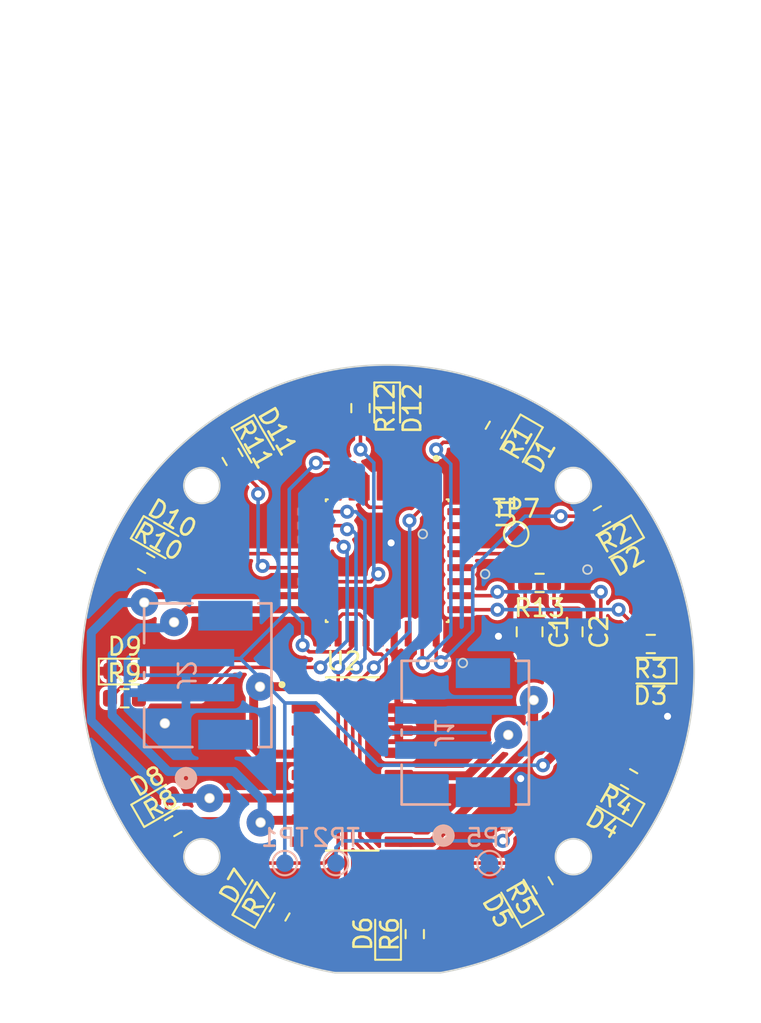
<source format=kicad_pcb>
(kicad_pcb (version 20221018) (generator pcbnew)
  (layers (0 "F.Cu" signal) (31 "B.Cu" signal) (44 "Edge.Cuts" user))
  (net 0 "")
  (net 1 "VCC")
  (net 2 "GND")
  (net 3 "/RST")
  (net 4 "/D-")
  (net 5 "Net-(D1-A)")
  (net 6 "Net-(D2-A)")
  (net 7 "Net-(D3-A)")
  (net 8 "Net-(D4-A)")
  (net 9 "Net-(D5-A)")
  (net 10 "Net-(D6-A)")
  (net 11 "Net-(D7-A)")
  (net 12 "Net-(D8-A)")
  (net 13 "Net-(D9-A)")
  (net 14 "Net-(D10-A)")
  (net 15 "Net-(D11-A)")
  (net 16 "Net-(D12-A)")
  (net 17 "/A0")
  (net 18 "/A1")
  (net 19 "/A2")
  (net 20 "/A3")
  (net 21 "/D13")
  (net 22 "/D4")
  (net 23 "/D5")
  (net 24 "/D6")
  (net 25 "/D7")
  (net 26 "/D8")
  (net 27 "/D9")
  (net 28 "/D10")
  (net 29 "/SDA")
  (net 30 "/SCL")
  (net 31 "/D2")
  (net 32 "/D3")
  (net 35 "/D11")
  (net 36 "/D12")
  (net 38 "/A7")
  (net 39 "/TXD")
  (net 40 "/RXD")
  (net 41 "Net-(U2A-OUTA2)")
  (net 42 "Net-(U2A-OUTB2)")
  (footprint "Resistor_SMD:R_0603_1608Metric" (layer "F.Cu") (at 145.85845 111.504551 90)
    (fp_text reference "R6")
    (fp_text value "R")
  )
  (footprint "LED_SMD:LED_0603_1608Metric" (layer "F.Cu") (at 151.831047 109.462232 120)
    (fp_text reference "D5")
    (fp_text value "LED")
  )
  (footprint "LED_SMD:LED_0603_1608Metric" (layer "F.Cu") (at 151.787053 83.48147 -120)
    (fp_text reference "D1")
    (fp_text value "LED")
  )
  (footprint "Resistor_SMD:R_0603_1608Metric" (layer "F.Cu") (at 153.160869 108.717553 120)
    (fp_text reference "R5")
    (fp_text value "R")
  )
  (footprint "Resistor_SMD:R_0603_1608Metric" (layer "F.Cu") (at 150.477231 82.702149 -120)
    (fp_text reference "R1")
    (fp_text value "R")
  )
  (footprint "Resistor_SMD:R_0603_1608Metric" (layer "F.Cu") (at 152.98265 91.446551 180)
    (fp_text reference "R13")
    (fp_text value "10K")
  )
  (footprint "Resistor_SMD:R_0603_1608Metric" (layer "F.Cu") (at 159.32905 94.935151 180)
    (fp_text reference "R3")
    (fp_text value "R")
  )
  (footprint "Capacitor_SMD:C_0805_2012Metric" (layer "F.Cu") (at 154.69765 94.240551 -90)
    (fp_text reference "C2")
    (fp_text value "0.1uF")
  )
  (footprint "Resistor_SMD:R_0603_1608Metric" (layer "F.Cu") (at 135.457231 84.251549 -60)
    (fp_text reference "R11")
    (fp_text value "R")
  )
  (footprint "Resistor_SMD:R_0603_1608Metric" (layer "F.Cu") (at 138.140869 110.266953 60)
    (fp_text reference "R7")
    (fp_text value "R")
  )
  (footprint "Resistor_SMD:R_0603_1608Metric" (layer "F.Cu") (at 156.542052 87.632732 -150)
    (fp_text reference "R2")
    (fp_text value "R")
  )
  (footprint "TestPoint:TestPoint_Pad_D1.0mm" (layer "F.Cu") (at 151.64965 88.652551)
    (fp_text reference "TP7")
    (fp_text value "TestPoint")
  )
  (footprint "IO_watch_cat_ball:MX1508" (layer "F.Cu") (at 142.29045 101.784351)
    (fp_text reference "U2")
    (fp_text value "MX1508")
  )
  (footprint "Capacitor_SMD:C_0805_2012Metric" (layer "F.Cu") (at 152.41165 94.240551 -90)
    (fp_text reference "C1")
    (fp_text value "1uF")
  )
  (footprint "Resistor_SMD:R_0603_1608Metric" (layer "F.Cu") (at 142.75965 81.464551 -90)
    (fp_text reference "R12")
    (fp_text value "R")
  )
  (footprint "LED_SMD:LED_0603_1608Metric" (layer "F.Cu") (at 131.305969 89.006548 -30)
    (fp_text reference "D10")
    (fp_text value "LED")
  )
  (footprint "LED_SMD:LED_0603_1608Metric" (layer "F.Cu") (at 129.30905 96.509951)
    (fp_text reference "D9")
    (fp_text value "LED")
  )
  (footprint "Resistor_SMD:R_0603_1608Metric" (layer "F.Cu") (at 130.526648 90.31637 -30)
    (fp_text reference "R10")
    (fp_text value "R")
  )
  (footprint "LED_SMD:LED_0603_1608Metric" (layer "F.Cu") (at 136.831047 109.487632 60)
    (fp_text reference "D7")
    (fp_text value "LED")
  )
  (footprint "LED_SMD:LED_0603_1608Metric" (layer "F.Cu") (at 157.312131 103.962554 150)
    (fp_text reference "D4")
    (fp_text value "LED")
  )
  (footprint "LED_SMD:LED_0603_1608Metric" (layer "F.Cu") (at 144.33445 111.484551 90)
    (fp_text reference "D6")
    (fp_text value "LED")
  )
  (footprint "Resistor_SMD:R_0603_1608Metric" (layer "F.Cu") (at 158.091452 102.652732 150)
    (fp_text reference "R4")
    (fp_text value "R")
  )
  (footprint "LED_SMD:LED_0603_1608Metric" (layer "F.Cu") (at 136.787053 83.50687 -60)
    (fp_text reference "D11")
    (fp_text value "LED")
  )
  (footprint "Resistor_SMD:R_0603_1608Metric" (layer "F.Cu") (at 129.28905 98.033951)
    (fp_text reference "R9")
    (fp_text value "R")
  )
  (footprint "LED_SMD:LED_0603_1608Metric" (layer "F.Cu") (at 144.28365 81.484551 -90)
    (fp_text reference "D12")
    (fp_text value "LED")
  )
  (footprint "Resistor_SMD:R_0603_1608Metric" (layer "F.Cu") (at 132.076048 105.33637 30)
    (fp_text reference "R8")
    (fp_text value "R")
  )
  (footprint "LED_SMD:LED_0603_1608Metric" (layer "F.Cu") (at 159.30905 96.459151 180)
    (fp_text reference "D3")
    (fp_text value "LED")
  )
  (footprint "LED_SMD:LED_0603_1608Metric" (layer "F.Cu") (at 157.286731 88.962554 -150)
    (fp_text reference "D2")
    (fp_text value "LED")
  )
  (footprint "LED_SMD:LED_0603_1608Metric" (layer "F.Cu") (at 131.331369 104.006548 30)
    (fp_text reference "D8")
    (fp_text value "LED")
  )
  (footprint "IO_watch_cat_ball:atmega328P_shinked" (layer "F.Cu") (at 144.28365 90.176551 -90)
    (fp_text reference "U1")
    (fp_text value "ATMEGA328P-AU")
  )
  (footprint "IO_watch_cat_ball:B2B-PH-SM4-TBLFSN_JST" (layer "B.Cu") (at 148.7424 99.9998 90)
    (fp_text reference "J1")
    (fp_text value "B2B-PH-SM4-TBLFSN")
  )
  (footprint "IO_watch_cat_ball:B2B-PH-SM4-TBLFSN_JST" (layer "B.Cu") (at 134.04465 96.717551 90)
    (fp_text reference "J2")
    (fp_text value "B2B-PH-SM4-TBLFSN")
  )
  (footprint "TestPoint:TestPoint_Pad_D1.0mm" (layer "B.Cu") (at 150.12565 107.448551 180)
    (fp_text reference "TP5")
    (fp_text value "TestPoint")
  )
  (footprint "TestPoint:TestPoint_Pad_D1.0mm" (layer "B.Cu") (at 141.36265 107.448551 180)
    (fp_text reference "TP2")
    (fp_text value "TestPoint")
  )
  (footprint "TestPoint:TestPoint_Pad_D1.0mm" (layer "B.Cu") (at 138.44165 107.448551 180)
    (fp_text reference "TP1")
    (fp_text value "TestPoint")
  )
  (gr_poly (pts (xy 151.44245 100.124799) (xy 151.441498 100.146587) (xy 151.438651 100.168211) (xy 151.433931 100.189503) (xy 151.427373 100.210304) (xy 151.419026 100.230453) (xy 151.408956 100.249798) (xy 151.397238 100.268193) (xy 151.383961 100.285495) (xy 151.369226 100.301575) (xy 151.353146 100.31631) (xy 151.335844 100.329587) (xy 151.31745 100.341305) (xy 151.298104 100.351375) (xy 151.277955 100.359722) (xy 151.257154 100.36628) (xy 151.235862 100.371) (xy 151.214238 100.373847) (xy 151.19245 100.374799) (xy 151.170662 100.373847) (xy 151.149038 100.371) (xy 151.127746 100.36628) (xy 151.106945 100.359722) (xy 151.086796 100.351375) (xy 151.067451 100.341305) (xy 151.049056 100.329587) (xy 151.031754 100.31631) (xy 151.015674 100.301575) (xy 151.000939 100.285495) (xy 150.987662 100.268193) (xy 150.975944 100.249798) (xy 150.965874 100.230453) (xy 150.957527 100.210304) (xy 150.950969 100.189503) (xy 150.946249 100.168211) (xy 150.943402 100.146587) (xy 150.94245 100.124799) (xy 150.943402 100.103011) (xy 150.946249 100.081387) (xy 150.950969 100.060095) (xy 150.957527 100.039294) (xy 150.965874 100.019145) (xy 150.975944 99.999799) (xy 150.987662 99.981405) (xy 151.000939 99.964103) (xy 151.015674 99.948023) (xy 151.031754 99.933288) (xy 151.049056 99.920011) (xy 151.06745 99.908293) (xy 151.086796 99.898223) (xy 151.106945 99.889876) (xy 151.127746 99.883318) (xy 151.149038 99.878598) (xy 151.170662 99.875751) (xy 151.19245 99.874799) (xy 151.214238 99.875751) (xy 151.235862 99.878598) (xy 151.257154 99.883318) (xy 151.277955 99.889876) (xy 151.298104 99.898223) (xy 151.31745 99.908293) (xy 151.335844 99.920011) (xy 151.353146 99.933288) (xy 151.369226 99.948023) (xy 151.383961 99.964103) (xy 151.397238 99.981405) (xy 151.408956 99.999799) (xy 151.419026 100.019145) (xy 151.427373 100.039294) (xy 151.433931 100.060095) (xy 151.438651 100.081387) (xy 151.441498 100.103011)) (stroke (width 0.1)) (fill none) (layer "Edge.Cuts"))
  (gr_poly (pts (xy 137.3084 105.1306) (xy 137.307448 105.152388) (xy 137.304601 105.174012) (xy 137.299881 105.195304) (xy 137.293323 105.216105) (xy 137.284976 105.236254) (xy 137.274906 105.255599) (xy 137.263188 105.273994) (xy 137.249911 105.291296) (xy 137.235176 105.307376) (xy 137.219096 105.322111) (xy 137.201794 105.335388) (xy 137.1834 105.347106) (xy 137.164054 105.357176) (xy 137.143905 105.365523) (xy 137.123104 105.372081) (xy 137.101812 105.376801) (xy 137.080188 105.379648) (xy 137.0584 105.3806) (xy 137.036612 105.379648) (xy 137.014988 105.376801) (xy 136.993696 105.372081) (xy 136.972895 105.365523) (xy 136.952746 105.357176) (xy 136.933401 105.347106) (xy 136.915006 105.335388) (xy 136.897704 105.322111) (xy 136.881624 105.307376) (xy 136.866889 105.291296) (xy 136.853612 105.273994) (xy 136.841894 105.255599) (xy 136.831824 105.236254) (xy 136.823477 105.216105) (xy 136.816919 105.195304) (xy 136.812199 105.174012) (xy 136.809352 105.152388) (xy 136.8084 105.1306) (xy 136.809352 105.108812) (xy 136.812199 105.087188) (xy 136.816919 105.065896) (xy 136.823477 105.045095) (xy 136.831824 105.024946) (xy 136.841894 105.0056) (xy 136.853612 104.987206) (xy 136.866889 104.969904) (xy 136.881624 104.953824) (xy 136.897704 104.939089) (xy 136.915006 104.925812) (xy 136.9334 104.914094) (xy 136.952746 104.904024) (xy 136.972895 104.895677) (xy 136.993696 104.889119) (xy 137.014988 104.884399) (xy 137.036612 104.881552) (xy 137.0584 104.8806) (xy 137.080188 104.881552) (xy 137.101812 104.884399) (xy 137.123104 104.889119) (xy 137.143905 104.895677) (xy 137.164054 104.904024) (xy 137.1834 104.914094) (xy 137.201794 104.925812) (xy 137.219096 104.939089) (xy 137.235176 104.953824) (xy 137.249911 104.969904) (xy 137.263188 104.987206) (xy 137.274906 105.0056) (xy 137.284976 105.024946) (xy 137.293323 105.045095) (xy 137.299881 105.065896) (xy 137.304601 105.087188) (xy 137.307448 105.108812)) (stroke (width 0.1)) (fill none) (layer "Edge.Cuts"))
  (gr_circle (center 154.91165 107.084551) (end 155.74165 106.484551) (stroke (width 0.1)) (fill none) (layer "Edge.Cuts"))
  (gr_poly (pts (xy 134.39465 103.742551) (xy 134.393698 103.764339) (xy 134.390851 103.785963) (xy 134.386131 103.807255) (xy 134.379573 103.828056) (xy 134.371226 103.848205) (xy 134.361156 103.86755) (xy 134.349438 103.885945) (xy 134.336161 103.903247) (xy 134.321426 103.919327) (xy 134.305346 103.934062) (xy 134.288044 103.947339) (xy 134.26965 103.959057) (xy 134.250304 103.969127) (xy 134.230155 103.977474) (xy 134.209354 103.984032) (xy 134.188062 103.988752) (xy 134.166438 103.991599) (xy 134.14465 103.992551) (xy 134.122862 103.991599) (xy 134.101238 103.988752) (xy 134.079946 103.984032) (xy 134.059145 103.977474) (xy 134.038996 103.969127) (xy 134.019651 103.959057) (xy 134.001256 103.947339) (xy 133.983954 103.934062) (xy 133.967874 103.919327) (xy 133.953139 103.903247) (xy 133.939862 103.885945) (xy 133.928144 103.86755) (xy 133.918074 103.848205) (xy 133.909727 103.828056) (xy 133.903169 103.807255) (xy 133.898449 103.785963) (xy 133.895602 103.764339) (xy 133.89465 103.742551) (xy 133.895602 103.720763) (xy 133.898449 103.699139) (xy 133.903169 103.677847) (xy 133.909727 103.657046) (xy 133.918074 103.636897) (xy 133.928144 103.617551) (xy 133.939862 103.599157) (xy 133.953139 103.581855) (xy 133.967874 103.565775) (xy 133.983954 103.55104) (xy 134.001256 103.537763) (xy 134.01965 103.526045) (xy 134.038996 103.515975) (xy 134.059145 103.507628) (xy 134.079946 103.50107) (xy 134.101238 103.49635) (xy 134.122862 103.493503) (xy 134.14465 103.492551) (xy 134.166438 103.493503) (xy 134.188062 103.49635) (xy 134.209354 103.50107) (xy 134.230155 103.507628) (xy 134.250304 103.515975) (xy 134.26965 103.526045) (xy 134.288044 103.537763) (xy 134.305346 103.55104) (xy 134.321426 103.565775) (xy 134.336161 103.581855) (xy 134.349438 103.599157) (xy 134.361156 103.617551) (xy 134.371226 103.636897) (xy 134.379573 103.657046) (xy 134.386131 103.677847) (xy 134.390851 103.699139) (xy 134.393698 103.720763)) (stroke (width 0.1)) (fill none) (layer "Edge.Cuts"))
  (gr_poly (pts (xy 137.27365 97.374151) (xy 137.272698 97.395939) (xy 137.269851 97.417563) (xy 137.265131 97.438855) (xy 137.258573 97.459656) (xy 137.250226 97.479805) (xy 137.240156 97.49915) (xy 137.228438 97.517545) (xy 137.215161 97.534847) (xy 137.200426 97.550927) (xy 137.184346 97.565662) (xy 137.167044 97.578939) (xy 137.14865 97.590657) (xy 137.129304 97.600727) (xy 137.109155 97.609074) (xy 137.088354 97.615632) (xy 137.067062 97.620352) (xy 137.045438 97.623199) (xy 137.02365 97.624151) (xy 137.001862 97.623199) (xy 136.980238 97.620352) (xy 136.958946 97.615632) (xy 136.938145 97.609074) (xy 136.917996 97.600727) (xy 136.898651 97.590657) (xy 136.880256 97.578939) (xy 136.862954 97.565662) (xy 136.846874 97.550927) (xy 136.832139 97.534847) (xy 136.818862 97.517545) (xy 136.807144 97.49915) (xy 136.797074 97.479805) (xy 136.788727 97.459656) (xy 136.782169 97.438855) (xy 136.777449 97.417563) (xy 136.774602 97.395939) (xy 136.77365 97.374151) (xy 136.774602 97.352363) (xy 136.777449 97.330739) (xy 136.782169 97.309447) (xy 136.788727 97.288646) (xy 136.797074 97.268497) (xy 136.807144 97.249151) (xy 136.818862 97.230757) (xy 136.832139 97.213455) (xy 136.846874 97.197375) (xy 136.862954 97.18264) (xy 136.880256 97.169363) (xy 136.89865 97.157645) (xy 136.917996 97.147575) (xy 136.938145 97.139228) (xy 136.958946 97.13267) (xy 136.980238 97.12795) (xy 137.001862 97.125103) (xy 137.02365 97.124151) (xy 137.045438 97.125103) (xy 137.067062 97.12795) (xy 137.088354 97.13267) (xy 137.109155 97.139228) (xy 137.129304 97.147575) (xy 137.14865 97.157645) (xy 137.167044 97.169363) (xy 137.184346 97.18264) (xy 137.200426 97.197375) (xy 137.215161 97.213455) (xy 137.228438 97.230757) (xy 137.240156 97.249151) (xy 137.250226 97.268497) (xy 137.258573 97.288646) (xy 137.265131 97.309447) (xy 137.269851 97.330739) (xy 137.272698 97.352363)) (stroke (width 0.1)) (fill none) (layer "Edge.Cuts"))
  (gr_circle (center 133.70905 107.087151) (end 134.53905 106.487151) (stroke (width 0.1)) (fill none) (layer "Edge.Cuts"))
  (gr_poly (pts (xy 131.84465 99.467551) (xy 131.843698 99.489339) (xy 131.840851 99.510963) (xy 131.836131 99.532255) (xy 131.829573 99.553056) (xy 131.821226 99.573205) (xy 131.811156 99.59255) (xy 131.799438 99.610945) (xy 131.786161 99.628247) (xy 131.771426 99.644327) (xy 131.755346 99.659062) (xy 131.738044 99.672339) (xy 131.71965 99.684057) (xy 131.700304 99.694127) (xy 131.680155 99.702474) (xy 131.659354 99.709032) (xy 131.638062 99.713752) (xy 131.616438 99.716599) (xy 131.59465 99.717551) (xy 131.572862 99.716599) (xy 131.551238 99.713752) (xy 131.529946 99.709032) (xy 131.509145 99.702474) (xy 131.488996 99.694127) (xy 131.469651 99.684057) (xy 131.451256 99.672339) (xy 131.433954 99.659062) (xy 131.417874 99.644327) (xy 131.403139 99.628247) (xy 131.389862 99.610945) (xy 131.378144 99.59255) (xy 131.368074 99.573205) (xy 131.359727 99.553056) (xy 131.353169 99.532255) (xy 131.348449 99.510963) (xy 131.345602 99.489339) (xy 131.34465 99.467551) (xy 131.345602 99.445763) (xy 131.348449 99.424139) (xy 131.353169 99.402847) (xy 131.359727 99.382046) (xy 131.368074 99.361897) (xy 131.378144 99.342551) (xy 131.389862 99.324157) (xy 131.403139 99.306855) (xy 131.417874 99.290775) (xy 131.433954 99.27604) (xy 131.451256 99.262763) (xy 131.46965 99.251045) (xy 131.488996 99.240975) (xy 131.509145 99.232628) (xy 131.529946 99.22607) (xy 131.551238 99.22135) (xy 131.572862 99.218503) (xy 131.59465 99.217551) (xy 131.616438 99.218503) (xy 131.638062 99.22135) (xy 131.659354 99.22607) (xy 131.680155 99.232628) (xy 131.700304 99.240975) (xy 131.71965 99.251045) (xy 131.738044 99.262763) (xy 131.755346 99.27604) (xy 131.771426 99.290775) (xy 131.786161 99.306855) (xy 131.799438 99.324157) (xy 131.811156 99.342551) (xy 131.821226 99.361897) (xy 131.829573 99.382046) (xy 131.836131 99.402847) (xy 131.840851 99.424139) (xy 131.843698 99.445763)) (stroke (width 0.1)) (fill none) (layer "Edge.Cuts"))
  (gr_poly (pts (xy 130.66965 92.567551) (xy 130.668698 92.589339) (xy 130.665851 92.610963) (xy 130.661131 92.632255) (xy 130.654573 92.653056) (xy 130.646226 92.673205) (xy 130.636156 92.69255) (xy 130.624438 92.710945) (xy 130.611161 92.728247) (xy 130.596426 92.744327) (xy 130.580346 92.759062) (xy 130.563044 92.772339) (xy 130.54465 92.784057) (xy 130.525304 92.794127) (xy 130.505155 92.802474) (xy 130.484354 92.809032) (xy 130.463062 92.813752) (xy 130.441438 92.816599) (xy 130.41965 92.817551) (xy 130.397862 92.816599) (xy 130.376238 92.813752) (xy 130.354946 92.809032) (xy 130.334145 92.802474) (xy 130.313996 92.794127) (xy 130.294651 92.784057) (xy 130.276256 92.772339) (xy 130.258954 92.759062) (xy 130.242874 92.744327) (xy 130.228139 92.728247) (xy 130.214862 92.710945) (xy 130.203144 92.69255) (xy 130.193074 92.673205) (xy 130.184727 92.653056) (xy 130.178169 92.632255) (xy 130.173449 92.610963) (xy 130.170602 92.589339) (xy 130.16965 92.567551) (xy 130.170602 92.545763) (xy 130.173449 92.524139) (xy 130.178169 92.502847) (xy 130.184727 92.482046) (xy 130.193074 92.461897) (xy 130.203144 92.442551) (xy 130.214862 92.424157) (xy 130.228139 92.406855) (xy 130.242874 92.390775) (xy 130.258954 92.37604) (xy 130.276256 92.362763) (xy 130.29465 92.351045) (xy 130.313996 92.340975) (xy 130.334145 92.332628) (xy 130.354946 92.32607) (xy 130.376238 92.32135) (xy 130.397862 92.318503) (xy 130.41965 92.317551) (xy 130.441438 92.318503) (xy 130.463062 92.32135) (xy 130.484354 92.32607) (xy 130.505155 92.332628) (xy 130.525304 92.340975) (xy 130.54465 92.351045) (xy 130.563044 92.362763) (xy 130.580346 92.37604) (xy 130.596426 92.390775) (xy 130.611161 92.406855) (xy 130.624438 92.424157) (xy 130.636156 92.442551) (xy 130.646226 92.461897) (xy 130.654573 92.482046) (xy 130.661131 92.502847) (xy 130.665851 92.524139) (xy 130.668698 92.545763)) (stroke (width 0.1)) (fill none) (layer "Edge.Cuts"))
  (gr_poly (pts (xy 132.36965 93.692551) (xy 132.368698 93.714339) (xy 132.365851 93.735963) (xy 132.361131 93.757255) (xy 132.354573 93.778056) (xy 132.346226 93.798205) (xy 132.336156 93.81755) (xy 132.324438 93.835945) (xy 132.311161 93.853247) (xy 132.296426 93.869327) (xy 132.280346 93.884062) (xy 132.263044 93.897339) (xy 132.24465 93.909057) (xy 132.225304 93.919127) (xy 132.205155 93.927474) (xy 132.184354 93.934032) (xy 132.163062 93.938752) (xy 132.141438 93.941599) (xy 132.11965 93.942551) (xy 132.097862 93.941599) (xy 132.076238 93.938752) (xy 132.054946 93.934032) (xy 132.034145 93.927474) (xy 132.013996 93.919127) (xy 131.994651 93.909057) (xy 131.976256 93.897339) (xy 131.958954 93.884062) (xy 131.942874 93.869327) (xy 131.928139 93.853247) (xy 131.914862 93.835945) (xy 131.903144 93.81755) (xy 131.893074 93.798205) (xy 131.884727 93.778056) (xy 131.878169 93.757255) (xy 131.873449 93.735963) (xy 131.870602 93.714339) (xy 131.86965 93.692551) (xy 131.870602 93.670763) (xy 131.873449 93.649139) (xy 131.878169 93.627847) (xy 131.884727 93.607046) (xy 131.893074 93.586897) (xy 131.903144 93.567551) (xy 131.914862 93.549157) (xy 131.928139 93.531855) (xy 131.942874 93.515775) (xy 131.958954 93.50104) (xy 131.976256 93.487763) (xy 131.99465 93.476045) (xy 132.013996 93.465975) (xy 132.034145 93.457628) (xy 132.054946 93.45107) (xy 132.076238 93.44635) (xy 132.097862 93.443503) (xy 132.11965 93.442551) (xy 132.141438 93.443503) (xy 132.163062 93.44635) (xy 132.184354 93.45107) (xy 132.205155 93.457628) (xy 132.225304 93.465975) (xy 132.24465 93.476045) (xy 132.263044 93.487763) (xy 132.280346 93.50104) (xy 132.296426 93.515775) (xy 132.311161 93.531855) (xy 132.324438 93.549157) (xy 132.336156 93.567551) (xy 132.346226 93.586897) (xy 132.354573 93.607046) (xy 132.361131 93.627847) (xy 132.365851 93.649139) (xy 132.368698 93.670763)) (stroke (width 0.1)) (fill none) (layer "Edge.Cuts"))
  (gr_circle (center 133.70645 85.884551) (end 134.53645 85.284551) (stroke (width 0.1)) (fill none) (layer "Edge.Cuts"))
  (gr_poly (pts (xy 148.85165 96.018551) (xy 148.850698 96.040339) (xy 148.847851 96.061963) (xy 148.843131 96.083255) (xy 148.836573 96.104056) (xy 148.828226 96.124205) (xy 148.818156 96.14355) (xy 148.806438 96.161945) (xy 148.793161 96.179247) (xy 148.778426 96.195327) (xy 148.762346 96.210062) (xy 148.745044 96.223339) (xy 148.72665 96.235057) (xy 148.707304 96.245127) (xy 148.687155 96.253474) (xy 148.666354 96.260032) (xy 148.645062 96.264752) (xy 148.623438 96.267599) (xy 148.60165 96.268551) (xy 148.579862 96.267599) (xy 148.558238 96.264752) (xy 148.536946 96.260032) (xy 148.516145 96.253474) (xy 148.495996 96.245127) (xy 148.476651 96.235057) (xy 148.458256 96.223339) (xy 148.440954 96.210062) (xy 148.424874 96.195327) (xy 148.410139 96.179247) (xy 148.396862 96.161945) (xy 148.385144 96.14355) (xy 148.375074 96.124205) (xy 148.366727 96.104056) (xy 148.360169 96.083255) (xy 148.355449 96.061963) (xy 148.352602 96.040339) (xy 148.35165 96.018551) (xy 148.352602 95.996763) (xy 148.355449 95.975139) (xy 148.360169 95.953847) (xy 148.366727 95.933046) (xy 148.375074 95.912897) (xy 148.385144 95.893551) (xy 148.396862 95.875157) (xy 148.410139 95.857855) (xy 148.424874 95.841775) (xy 148.440954 95.82704) (xy 148.458256 95.813763) (xy 148.47665 95.802045) (xy 148.495996 95.791975) (xy 148.516145 95.783628) (xy 148.536946 95.77707) (xy 148.558238 95.77235) (xy 148.579862 95.769503) (xy 148.60165 95.768551) (xy 148.623438 95.769503) (xy 148.645062 95.77235) (xy 148.666354 95.77707) (xy 148.687155 95.783628) (xy 148.707304 95.791975) (xy 148.72665 95.802045) (xy 148.745044 95.813763) (xy 148.762346 95.82704) (xy 148.778426 95.841775) (xy 148.793161 95.857855) (xy 148.806438 95.875157) (xy 148.818156 95.893551) (xy 148.828226 95.912897) (xy 148.836573 95.933046) (xy 148.843131 95.953847) (xy 148.847851 95.975139) (xy 148.850698 95.996763)) (stroke (width 0.1)) (fill none) (layer "Edge.Cuts"))
  (gr_poly (pts (xy 155.96365 90.684551) (xy 155.962698 90.706339) (xy 155.959851 90.727963) (xy 155.955131 90.749255) (xy 155.948573 90.770056) (xy 155.940226 90.790205) (xy 155.930156 90.80955) (xy 155.918438 90.827945) (xy 155.905161 90.845247) (xy 155.890426 90.861327) (xy 155.874346 90.876062) (xy 155.857044 90.889339) (xy 155.83865 90.901057) (xy 155.819304 90.911127) (xy 155.799155 90.919474) (xy 155.778354 90.926032) (xy 155.757062 90.930752) (xy 155.735438 90.933599) (xy 155.71365 90.934551) (xy 155.691862 90.933599) (xy 155.670238 90.930752) (xy 155.648946 90.926032) (xy 155.628145 90.919474) (xy 155.607996 90.911127) (xy 155.588651 90.901057) (xy 155.570256 90.889339) (xy 155.552954 90.876062) (xy 155.536874 90.861327) (xy 155.522139 90.845247) (xy 155.508862 90.827945) (xy 155.497144 90.80955) (xy 155.487074 90.790205) (xy 155.478727 90.770056) (xy 155.472169 90.749255) (xy 155.467449 90.727963) (xy 155.464602 90.706339) (xy 155.46365 90.684551) (xy 155.464602 90.662763) (xy 155.467449 90.641139) (xy 155.472169 90.619847) (xy 155.478727 90.599046) (xy 155.487074 90.578897) (xy 155.497144 90.559551) (xy 155.508862 90.541157) (xy 155.522139 90.523855) (xy 155.536874 90.507775) (xy 155.552954 90.49304) (xy 155.570256 90.479763) (xy 155.58865 90.468045) (xy 155.607996 90.457975) (xy 155.628145 90.449628) (xy 155.648946 90.44307) (xy 155.670238 90.43835) (xy 155.691862 90.435503) (xy 155.71365 90.434551) (xy 155.735438 90.435503) (xy 155.757062 90.43835) (xy 155.778354 90.44307) (xy 155.799155 90.449628) (xy 155.819304 90.457975) (xy 155.83865 90.468045) (xy 155.857044 90.479763) (xy 155.874346 90.49304) (xy 155.890426 90.507775) (xy 155.905161 90.523855) (xy 155.918438 90.541157) (xy 155.930156 90.559551) (xy 155.940226 90.578897) (xy 155.948573 90.599046) (xy 155.955131 90.619847) (xy 155.959851 90.641139) (xy 155.962698 90.662763)) (stroke (width 0.1)) (fill none) (layer "Edge.Cuts"))
  (gr_arc (start 141.30905 113.709551) (mid 144.324138 78.99895) (end 147.309496 113.71212) (stroke (width 0.1)) (layer "Edge.Cuts"))
  (gr_line (start 141.30905 113.709551) (end 147.30905 113.709551) (stroke (width 0.1)) (layer "Edge.Cuts"))
  (gr_poly (pts (xy 150.12165 90.938551) (xy 150.120698 90.960339) (xy 150.117851 90.981963) (xy 150.113131 91.003255) (xy 150.106573 91.024056) (xy 150.098226 91.044205) (xy 150.088156 91.06355) (xy 150.076438 91.081945) (xy 150.063161 91.099247) (xy 150.048426 91.115327) (xy 150.032346 91.130062) (xy 150.015044 91.143339) (xy 149.99665 91.155057) (xy 149.977304 91.165127) (xy 149.957155 91.173474) (xy 149.936354 91.180032) (xy 149.915062 91.184752) (xy 149.893438 91.187599) (xy 149.87165 91.188551) (xy 149.849862 91.187599) (xy 149.828238 91.184752) (xy 149.806946 91.180032) (xy 149.786145 91.173474) (xy 149.765996 91.165127) (xy 149.746651 91.155057) (xy 149.728256 91.143339) (xy 149.710954 91.130062) (xy 149.694874 91.115327) (xy 149.680139 91.099247) (xy 149.666862 91.081945) (xy 149.655144 91.06355) (xy 149.645074 91.044205) (xy 149.636727 91.024056) (xy 149.630169 91.003255) (xy 149.625449 90.981963) (xy 149.622602 90.960339) (xy 149.62165 90.938551) (xy 149.622602 90.916763) (xy 149.625449 90.895139) (xy 149.630169 90.873847) (xy 149.636727 90.853046) (xy 149.645074 90.832897) (xy 149.655144 90.813551) (xy 149.666862 90.795157) (xy 149.680139 90.777855) (xy 149.694874 90.761775) (xy 149.710954 90.74704) (xy 149.728256 90.733763) (xy 149.74665 90.722045) (xy 149.765996 90.711975) (xy 149.786145 90.703628) (xy 149.806946 90.69707) (xy 149.828238 90.69235) (xy 149.849862 90.689503) (xy 149.87165 90.688551) (xy 149.893438 90.689503) (xy 149.915062 90.69235) (xy 149.936354 90.69707) (xy 149.957155 90.703628) (xy 149.977304 90.711975) (xy 149.99665 90.722045) (xy 150.015044 90.733763) (xy 150.032346 90.74704) (xy 150.048426 90.761775) (xy 150.063161 90.777855) (xy 150.076438 90.795157) (xy 150.088156 90.813551) (xy 150.098226 90.832897) (xy 150.106573 90.853046) (xy 150.113131 90.873847) (xy 150.117851 90.895139) (xy 150.120698 90.916763)) (stroke (width 0.1)) (fill none) (layer "Edge.Cuts"))
  (gr_poly (pts (xy 152.89465 98.135551) (xy 152.893698 98.157339) (xy 152.890851 98.178963) (xy 152.886131 98.200255) (xy 152.879573 98.221056) (xy 152.871226 98.241205) (xy 152.861156 98.26055) (xy 152.849438 98.278945) (xy 152.836161 98.296247) (xy 152.821426 98.312327) (xy 152.805346 98.327062) (xy 152.788044 98.340339) (xy 152.76965 98.352057) (xy 152.750304 98.362127) (xy 152.730155 98.370474) (xy 152.709354 98.377032) (xy 152.688062 98.381752) (xy 152.666438 98.384599) (xy 152.64465 98.385551) (xy 152.622862 98.384599) (xy 152.601238 98.381752) (xy 152.579946 98.377032) (xy 152.559145 98.370474) (xy 152.538996 98.362127) (xy 152.519651 98.352057) (xy 152.501256 98.340339) (xy 152.483954 98.327062) (xy 152.467874 98.312327) (xy 152.453139 98.296247) (xy 152.439862 98.278945) (xy 152.428144 98.26055) (xy 152.418074 98.241205) (xy 152.409727 98.221056) (xy 152.403169 98.200255) (xy 152.398449 98.178963) (xy 152.395602 98.157339) (xy 152.39465 98.135551) (xy 152.395602 98.113763) (xy 152.398449 98.092139) (xy 152.403169 98.070847) (xy 152.409727 98.050046) (xy 152.418074 98.029897) (xy 152.428144 98.010551) (xy 152.439862 97.992157) (xy 152.453139 97.974855) (xy 152.467874 97.958775) (xy 152.483954 97.94404) (xy 152.501256 97.930763) (xy 152.51965 97.919045) (xy 152.538996 97.908975) (xy 152.559145 97.900628) (xy 152.579946 97.89407) (xy 152.601238 97.88935) (xy 152.622862 97.886503) (xy 152.64465 97.885551) (xy 152.666438 97.886503) (xy 152.688062 97.88935) (xy 152.709354 97.89407) (xy 152.730155 97.900628) (xy 152.750304 97.908975) (xy 152.76965 97.919045) (xy 152.788044 97.930763) (xy 152.805346 97.94404) (xy 152.821426 97.958775) (xy 152.836161 97.974855) (xy 152.849438 97.992157) (xy 152.861156 98.010551) (xy 152.871226 98.029897) (xy 152.879573 98.050046) (xy 152.886131 98.070847) (xy 152.890851 98.092139) (xy 152.893698 98.113763)) (stroke (width 0.1)) (fill none) (layer "Edge.Cuts"))
  (gr_poly (pts (xy 146.56565 88.652551) (xy 146.564698 88.674339) (xy 146.561851 88.695963) (xy 146.557131 88.717255) (xy 146.550573 88.738056) (xy 146.542226 88.758205) (xy 146.532156 88.77755) (xy 146.520438 88.795945) (xy 146.507161 88.813247) (xy 146.492426 88.829327) (xy 146.476346 88.844062) (xy 146.459044 88.857339) (xy 146.44065 88.869057) (xy 146.421304 88.879127) (xy 146.401155 88.887474) (xy 146.380354 88.894032) (xy 146.359062 88.898752) (xy 146.337438 88.901599) (xy 146.31565 88.902551) (xy 146.293862 88.901599) (xy 146.272238 88.898752) (xy 146.250946 88.894032) (xy 146.230145 88.887474) (xy 146.209996 88.879127) (xy 146.190651 88.869057) (xy 146.172256 88.857339) (xy 146.154954 88.844062) (xy 146.138874 88.829327) (xy 146.124139 88.813247) (xy 146.110862 88.795945) (xy 146.099144 88.77755) (xy 146.089074 88.758205) (xy 146.080727 88.738056) (xy 146.074169 88.717255) (xy 146.069449 88.695963) (xy 146.066602 88.674339) (xy 146.06565 88.652551) (xy 146.066602 88.630763) (xy 146.069449 88.609139) (xy 146.074169 88.587847) (xy 146.080727 88.567046) (xy 146.089074 88.546897) (xy 146.099144 88.527551) (xy 146.110862 88.509157) (xy 146.124139 88.491855) (xy 146.138874 88.475775) (xy 146.154954 88.46104) (xy 146.172256 88.447763) (xy 146.19065 88.436045) (xy 146.209996 88.425975) (xy 146.230145 88.417628) (xy 146.250946 88.41107) (xy 146.272238 88.40635) (xy 146.293862 88.403503) (xy 146.31565 88.402551) (xy 146.337438 88.403503) (xy 146.359062 88.40635) (xy 146.380354 88.41107) (xy 146.401155 88.417628) (xy 146.421304 88.425975) (xy 146.44065 88.436045) (xy 146.459044 88.447763) (xy 146.476346 88.46104) (xy 146.492426 88.475775) (xy 146.507161 88.491855) (xy 146.520438 88.509157) (xy 146.532156 88.527551) (xy 146.542226 88.546897) (xy 146.550573 88.567046) (xy 146.557131 88.587847) (xy 146.561851 88.609139) (xy 146.564698 88.630763)) (stroke (width 0.1)) (fill none) (layer "Edge.Cuts"))
  (gr_circle (center 154.90905 85.881951) (end 155.73905 85.281951) (stroke (width 0.1)) (fill none) (layer "Edge.Cuts"))
  (segment (start 137.04465 101.225551) (end 139.58465 101.225551) (width 0.508) (layer "F.Cu") (net 1))
  (segment (start 140.93405 103.11345) (end 140.93405 105.72535) (width 0.508) (layer "F.Cu") (net 1))
  (segment (start 153.99865 97.3704) (end 153.99865 101.035551) (width 0.508) (layer "F.Cu") (net 1))
  (segment (start 140.93405 105.72535) (end 140.386849 106.272551) (width 0.508) (layer "F.Cu") (net 1))
  (segment (start 143.08365 85.271551) (end 142.40065 84.588551) (width 0.2032) (layer "F.Cu") (net 1))
  (segment (start 144.68365 86.982551) (end 144.53765 87.128551) (width 0.2032) (layer "F.Cu") (net 1))
  (segment (start 139.83825 95.383151) (end 139.45765 95.002551) (width 0.2032) (layer "F.Cu") (net 1))
  (segment (start 140.386849 106.272551) (end 139.71965 106.272551) (width 0.508) (layer "F.Cu") (net 1))
  (segment (start 143.08365 86.944551) (end 143.08365 86.006551) (width 0.2032) (layer "F.Cu") (net 1))
  (segment (start 144.53765 87.128551) (end 143.26765 87.128551) (width 0.2032) (layer "F.Cu") (net 1))
  (segment (start 153.68165 95.686559) (end 153.67105 95.675959) (width 0.2032) (layer "F.Cu") (net 1))
  (segment (start 153.68165 93.986551) (end 152.98565 93.290551) (width 0.2032) (layer "F.Cu") (net 1))
  (segment (start 153.67105 94.705143) (end 153.68165 94.694543) (width 0.2032) (layer "F.Cu") (net 1))
  (segment (start 153.68165 97.0534) (end 153.99865 97.3704) (width 0.508) (layer "F.Cu") (net 1))
  (segment (start 139.71965 102.462551) (end 140.283151 102.462551) (width 0.508) (layer "F.Cu") (net 1))
  (segment (start 143.08365 86.006551) (end 143.08365 85.271551) (width 0.2032) (layer "F.Cu") (net 1))
  (segment (start 139.71065 97.373551) (end 139.71965 97.382551) (width 0.25) (layer "F.Cu") (net 1))
  (segment (start 144.68365 86.006551) (end 144.68365 86.982551) (width 0.2032) (layer "F.Cu") (net 1))
  (segment (start 143.26765 87.128551) (end 143.08365 86.944551) (width 0.2032) (layer "F.Cu") (net 1))
  (segment (start 142.28365 95.081551) (end 141.98205 95.383151) (width 0.2032) (layer "F.Cu") (net 1))
  (segment (start 152.98565 93.290551) (end 152.15765 93.290551) (width 0.2032) (layer "F.Cu") (net 1))
  (segment (start 142.40065 84.588551) (end 140.21965 84.588551) (width 0.2032) (layer "F.Cu") (net 1))
  (segment (start 137.02365 97.374151) (end 137.02425 97.373551) (width 0.25) (layer "F.Cu") (net 1))
  (segment (start 153.99865 101.035551) (end 153.17365 101.860551) (width 0.508) (layer "F.Cu") (net 1))
  (segment (start 139.71965 101.192551) (end 139.71965 102.462551) (width 0.508) (layer "F.Cu") (net 1))
  (segment (start 141.98205 95.383151) (end 139.83825 95.383151) (width 0.2032) (layer "F.Cu") (net 1))
  (segment (start 153.68165 97.0534) (end 153.68165 95.686559) (width 0.2032) (layer "F.Cu") (net 1))
  (segment (start 136.66365 97.734151) (end 136.66365 100.844551) (width 0.508) (layer "F.Cu") (net 1))
  (segment (start 136.66365 100.844551) (end 137.04465 101.225551) (width 0.508) (layer "F.Cu") (net 1))
  (segment (start 142.28365 94.346551) (end 142.28365 95.081551) (width 0.2032) (layer "F.Cu") (net 1))
  (segment (start 153.67105 95.675959) (end 153.67105 94.705143) (width 0.2032) (layer "F.Cu") (net 1))
  (segment (start 152.15765 93.290551) (end 152.15765 91.446551) (width 0.2032) (layer "F.Cu") (net 1))
  (segment (start 137.02425 97.373551) (end 139.71065 97.373551) (width 0.508) (layer "F.Cu") (net 1))
  (segment (start 153.68165 94.694543) (end 153.68165 93.986551) (width 0.2032) (layer "F.Cu") (net 1))
  (segment (start 140.283151 102.462551) (end 140.93405 103.11345) (width 0.508) (layer "F.Cu") (net 1))
  (segment (start 137.02365 97.374151) (end 136.66365 97.734151) (width 0.2032) (layer "F.Cu") (net 1))
  (via (at 140.21965 84.588551) (size 0.8) (drill 0.4) (layers "F.Cu" "B.Cu") (net 1))
  (via (at 153.17365 101.860551) (size 0.8) (drill 0.4) (layers "F.Cu" "B.Cu") (net 1))
  (via (at 137.02365 97.374151) (size 1.6) (drill 0.5) (layers "F.Cu" "B.Cu") (net 1))
  (via (at 139.45765 95.002551) (size 0.8) (drill 0.4) (layers "F.Cu" "B.Cu") (net 1))
  (segment (start 139.45765 95.002551) (end 139.45765 93.732551) (width 0.2032) (layer "B.Cu") (net 1))
  (segment (start 137.02365 96.886551) (end 137.02365 97.374151) (width 0.2032) (layer "B.Cu") (net 1))
  (segment (start 147.77744 101.860551) (end 153.17365 101.860551) (width 0.2032) (layer "B.Cu") (net 1))
  (segment (start 137.02365 97.374151) (end 137.51125 97.374151) (width 0.2032) (layer "B.Cu") (net 1))
  (segment (start 140.21965 84.588551) (end 138.69565 86.112551) (width 0.2032) (layer "B.Cu") (net 1))
  (segment (start 138.44165 98.304551) (end 138.44165 107.448551) (width 0.2032) (layer "B.Cu") (net 1))
  (segment (start 135.90165 95.764551) (end 130.16165 95.764551) (width 0.2032) (layer "B.Cu") (net 1))
  (segment (start 139.45765 93.732551) (end 138.69565 92.970551) (width 0.2032) (layer "B.Cu") (net 1))
  (segment (start 135.90165 95.764551) (end 137.02365 96.886551) (width 0.2032) (layer "B.Cu") (net 1))
  (segment (start 137.51125 97.374151) (end 138.44165 98.304551) (width 0.2032) (layer "B.Cu") (net 1))
  (segment (start 140.21965 98.304551) (end 138.44165 98.304551) (width 0.2032) (layer "B.Cu") (net 1))
  (segment (start 147.77744 101.860551) (end 143.77565 101.860551) (width 0.2032) (layer "B.Cu") (net 1))
  (segment (start 143.77565 101.860551) (end 140.21965 98.304551) (width 0.2032) (layer "B.Cu") (net 1))
  (segment (start 138.69565 92.970551) (end 135.90165 95.764551) (width 0.2032) (layer "B.Cu") (net 1))
  (segment (start 138.69565 86.112551) (end 138.69565 92.970551) (width 0.2032) (layer "B.Cu") (net 1))
  (via (at 151.90365 102.622551) (size 0.8) (drill 0.4) (layers "F.Cu" "B.Cu") (net 2))
  (via (at 160.28565 99.066551) (size 0.8) (drill 0.4) (layers "F.Cu" "B.Cu") (net 2))
  (via (at 150.63365 94.494551) (size 0.8) (drill 0.4) (layers "F.Cu" "B.Cu") (net 2))
  (via (at 144.50925 89.160551) (size 0.8) (drill 0.4) (layers "F.Cu" "B.Cu") (net 2))
  (via (at 131.59465 99.467551) (size 1.6) (drill 0.5) (layers "F.Cu" "B.Cu") (net 2))
  (segment (start 153.80765 91.446551) (end 153.80765 92.654551) (width 0.2032) (layer "F.Cu") (net 3))
  (segment (start 148.45365 89.776551) (end 153.28165 89.776551) (width 0.2032) (layer "F.Cu") (net 3))
  (segment (start 153.28165 89.776551) (end 153.80765 90.302551) (width 0.2032) (layer "F.Cu") (net 3))
  (segment (start 153.28165 89.776551) (end 153.28165 89.522551) (width 0.2032) (layer "F.Cu") (net 3))
  (segment (start 153.80765 92.654551) (end 154.44365 93.290551) (width 0.2032) (layer "F.Cu") (net 3))
  (segment (start 153.28165 89.522551) (end 152.41165 88.652551) (width 0.2032) (layer "F.Cu") (net 3))
  (segment (start 153.80765 90.302551) (end 153.80765 91.446551) (width 0.2032) (layer "F.Cu") (net 3))
  (segment (start 152.41165 88.652551) (end 151.64965 88.652551) (width 0.2032) (layer "F.Cu") (net 3))
  (segment (start 155.20565 95.952551) (end 154.44365 95.190551) (width 0.2032) (layer "F.Cu") (net 4))
  (segment (start 155.20565 101.860551) (end 155.20565 95.952551) (width 0.2032) (layer "F.Cu") (net 4))
  (segment (start 150.88765 106.178551) (end 155.20565 101.860551) (width 0.2032) (layer "F.Cu") (net 4))
  (via (at 150.88765 106.178551) (size 0.8) (drill 0.4) (layers "F.Cu" "B.Cu") (net 4))
  (segment (start 141.74365 106.178551) (end 150.88765 106.178551) (width 0.2032) (layer "B.Cu") (net 4))
  (segment (start 141.36265 107.448551) (end 141.36265 106.559551) (width 0.2032) (layer "B.Cu") (net 4))
  (segment (start 141.36265 106.559551) (end 141.74365 106.178551) (width 0.2032) (layer "B.Cu") (net 4))
  (segment (start 150.889731 81.987678) (end 151.237455 82.335402) (width 0.2032) (layer "F.Cu") (net 5))
  (segment (start 151.237455 82.335402) (end 151.237455 84.007617) (width 0.2032) (layer "F.Cu") (net 5))
  (segment (start 151.237455 84.007617) (end 151.393303 84.163465) (width 0.2032) (layer "F.Cu") (net 5))
  (segment (start 156.604736 88.409265) (end 156.604736 89.356304) (width 0.2032) (layer "F.Cu") (net 6))
  (segment (start 157.256523 87.757478) (end 156.604736 88.409265) (width 0.2032) (layer "F.Cu") (net 6))
  (segment (start 157.256523 87.220232) (end 157.256523 87.757478) (width 0.2032) (layer "F.Cu") (net 6))
  (segment (start 160.04555 94.935151) (end 158.52155 96.459151) (width 0.3048) (layer "F.Cu") (net 7))
  (segment (start 160.15405 94.935151) (end 160.04555 94.935151) (width 0.3048) (layer "F.Cu") (net 7))
  (segment (start 158.162634 103.065232) (end 158.805923 103.065232) (width 0.2032) (layer "F.Cu") (net 8))
  (segment (start 156.630136 103.568804) (end 157.659062 103.568804) (width 0.2032) (layer "F.Cu") (net 8))
  (segment (start 157.659062 103.568804) (end 158.162634 103.065232) (width 0.2032) (layer "F.Cu") (net 8))
  (segment (start 151.437297 108.780237) (end 151.757569 109.100509) (width 0.2032) (layer "F.Cu") (net 9))
  (segment (start 153.241854 109.100509) (end 153.573369 109.432024) (width 0.2032) (layer "F.Cu") (net 9))
  (segment (start 151.757569 109.100509) (end 153.241854 109.100509) (width 0.2032) (layer "F.Cu") (net 9))
  (segment (start 144.33445 110.805551) (end 145.85845 112.329551) (width 0.2032) (layer "F.Cu") (net 10))
  (segment (start 144.33445 110.697051) (end 144.33445 110.805551) (width 0.2032) (layer "F.Cu") (net 10))
  (segment (start 137.224797 109.834563) (end 137.728369 110.338135) (width 0.2032) (layer "F.Cu") (net 11))
  (segment (start 137.728369 110.338135) (end 137.728369 110.981424) (width 0.2032) (layer "F.Cu") (net 11))
  (segment (start 137.224797 108.805637) (end 137.224797 109.834563) (width 0.2032) (layer "F.Cu") (net 11))
  (segment (start 131.693092 103.93307) (end 131.693092 105.417355) (width 0.2032) (layer "F.Cu") (net 12))
  (segment (start 132.013364 103.612798) (end 131.693092 103.93307) (width 0.2032) (layer "F.Cu") (net 12))
  (segment (start 131.693092 105.417355) (end 131.361577 105.74887) (width 0.2032) (layer "F.Cu") (net 12))
  (segment (start 130.09655 96.509951) (end 129.98805 96.509951) (width 0.2032) (layer "F.Cu") (net 13))
  (segment (start 129.98805 96.509951) (end 128.46405 98.033951) (width 0.2032) (layer "F.Cu") (net 13))
  (segment (start 130.159901 89.556146) (end 131.832116 89.556146) (width 0.2032) (layer "F.Cu") (net 14))
  (segment (start 131.832116 89.556146) (end 131.987964 89.400298) (width 0.2032) (layer "F.Cu") (net 14))
  (segment (start 129.812177 89.90387) (end 130.159901 89.556146) (width 0.2032) (layer "F.Cu") (net 14))
  (segment (start 135.044731 83.537078) (end 135.581977 83.537078) (width 0.2032) (layer "F.Cu") (net 15))
  (segment (start 135.581977 83.537078) (end 136.233764 84.188865) (width 0.2032) (layer "F.Cu") (net 15))
  (segment (start 136.233764 84.188865) (end 137.180803 84.188865) (width 0.2032) (layer "F.Cu") (net 15))
  (segment (start 142.75965 80.639551) (end 142.75965 80.748051) (width 0.3048) (layer "F.Cu") (net 16))
  (segment (start 142.75965 80.748051) (end 144.28365 82.272051) (width 0.3048) (layer "F.Cu") (net 16))
  (segment (start 146.28365 95.986551) (end 146.31565 96.018551) (width 0.2032) (layer "F.Cu") (net 17))
  (segment (start 146.28365 94.346551) (end 146.28365 95.986551) (width 0.2032) (layer "F.Cu") (net 17))
  (segment (start 147.487581 83.41662) (end 150.064731 83.41662) (width 0.2032) (layer "F.Cu") (net 17))
  (segment (start 147.07765 83.826551) (end 147.487581 83.41662) (width 0.2032) (layer "F.Cu") (net 17))
  (via (at 146.31565 96.018551) (size 0.8) (drill 0.4) (layers "F.Cu" "B.Cu") (net 17))
  (via (at 147.07765 83.826551) (size 0.8) (drill 0.4) (layers "F.Cu" "B.Cu") (net 17))
  (segment (start 147.91665 94.417551) (end 147.91665 84.665551) (width 0.2032) (layer "B.Cu") (net 17))
  (segment (start 147.91665 84.665551) (end 147.07765 83.826551) (width 0.2032) (layer "B.Cu") (net 17))
  (segment (start 146.31565 96.018551) (end 147.91665 94.417551) (width 0.2032) (layer "B.Cu") (net 17))
  (segment (start 155.4189 87.636551) (end 155.827581 88.045232) (width 0.2032) (layer "F.Cu") (net 18))
  (segment (start 147.08365 95.706282) (end 147.08365 94.346551) (width 0.2032) (layer "F.Cu") (net 18))
  (segment (start 154.18965 87.636551) (end 155.4189 87.636551) (width 0.2032) (layer "F.Cu") (net 18))
  (segment (start 147.351891 95.974523) (end 147.08365 95.706282) (width 0.2032) (layer "F.Cu") (net 18))
  (via (at 147.351891 95.974523) (size 0.8) (drill 0.4) (layers "F.Cu" "B.Cu") (net 18))
  (via (at 154.18965 87.636551) (size 0.8) (drill 0.4) (layers "F.Cu" "B.Cu") (net 18))
  (segment (start 147.375678 95.974523) (end 149.16665 94.183551) (width 0.2032) (layer "B.Cu") (net 18))
  (segment (start 149.16665 94.183551) (end 149.16665 90.627551) (width 0.2032) (layer "B.Cu") (net 18))
  (segment (start 152.15765 87.636551) (end 154.18965 87.636551) (width 0.2032) (layer "B.Cu") (net 18))
  (segment (start 147.351891 95.974523) (end 147.375678 95.974523) (width 0.2032) (layer "B.Cu") (net 18))
  (segment (start 149.16665 90.627551) (end 152.15765 87.636551) (width 0.2032) (layer "B.Cu") (net 18))
  (segment (start 158.50405 93.982951) (end 158.50405 94.935151) (width 0.2032) (layer "F.Cu") (net 19))
  (segment (start 157.49165 92.970551) (end 158.50405 93.982951) (width 0.2032) (layer "F.Cu") (net 19))
  (segment (start 150.57325 92.976551) (end 148.45365 92.976551) (width 0.2032) (layer "F.Cu") (net 19))
  (via (at 150.57325 92.976551) (size 0.8) (drill 0.4) (layers "F.Cu" "B.Cu") (net 19))
  (via (at 157.49165 92.970551) (size 0.8) (drill 0.4) (layers "F.Cu" "B.Cu") (net 19))
  (segment (start 157.49165 92.970551) (end 150.57925 92.970551) (width 0.2032) (layer "B.Cu") (net 19))
  (segment (start 150.57925 92.970551) (end 150.57325 92.976551) (width 0.2032) (layer "B.Cu") (net 19))
  (segment (start 156.47565 91.954551) (end 156.47565 101.338901) (width 0.2032) (layer "F.Cu") (net 20))
  (segment (start 150.57325 91.954551) (end 150.35125 92.176551) (width 0.2032) (layer "F.Cu") (net 20))
  (segment (start 156.47565 101.338901) (end 157.376981 102.240232) (width 0.2032) (layer "F.Cu") (net 20))
  (segment (start 150.35125 92.176551) (end 148.45365 92.176551) (width 0.2032) (layer "F.Cu") (net 20))
  (via (at 150.57325 91.954551) (size 0.8) (drill 0.4) (layers "F.Cu" "B.Cu") (net 20))
  (via (at 156.47565 91.954551) (size 0.8) (drill 0.4) (layers "F.Cu" "B.Cu") (net 20))
  (segment (start 150.57325 91.954551) (end 156.47565 91.954551) (width 0.2032) (layer "B.Cu") (net 20))
  (segment (start 141.48365 94.346551) (end 141.48365 93.484551) (width 0.2032) (layer "F.Cu") (net 21))
  (segment (start 141.48365 93.484551) (end 141.74365 93.224551) (width 0.2032) (layer "F.Cu") (net 21))
  (segment (start 144.22586 107.448551) (end 152.193838 107.448551) (width 0.2032) (layer "F.Cu") (net 21))
  (segment (start 143.94265 95.510551) (end 144.22325 95.791151) (width 0.2032) (layer "F.Cu") (net 21))
  (segment (start 152.193838 107.448551) (end 152.748369 108.003082) (width 0.2032) (layer "F.Cu") (net 21))
  (segment (start 142.72305 98.063364) (end 142.72305 105.945741) (width 0.2032) (layer "F.Cu") (net 21))
  (segment (start 143.08365 95.081551) (end 143.51265 95.510551) (width 0.2032) (layer "F.Cu") (net 21))
  (segment (start 143.51265 95.510551) (end 143.94265 95.510551) (width 0.2032) (layer "F.Cu") (net 21))
  (segment (start 144.22325 96.563164) (end 142.72305 98.063364) (width 0.2032) (layer "F.Cu") (net 21))
  (segment (start 142.69665 93.224551) (end 143.08365 93.611551) (width 0.2032) (layer "F.Cu") (net 21))
  (segment (start 143.08365 93.611551) (end 143.08365 94.346551) (width 0.2032) (layer "F.Cu") (net 21))
  (segment (start 142.72305 105.945741) (end 144.22586 107.448551) (width 0.2032) (layer "F.Cu") (net 21))
  (segment (start 141.74365 93.224551) (end 142.69665 93.224551) (width 0.2032) (layer "F.Cu") (net 21))
  (segment (start 143.08365 94.346551) (end 143.08365 95.081551) (width 0.2032) (layer "F.Cu") (net 21))
  (segment (start 144.22325 95.791151) (end 144.22325 96.563164) (width 0.2032) (layer "F.Cu") (net 21))
  (segment (start 145.85845 109.651351) (end 145.85845 110.679551) (width 0.2032) (layer "F.Cu") (net 22))
  (segment (start 146.28365 86.006551) (end 146.28365 87.160551) (width 0.2032) (layer "F.Cu") (net 22))
  (segment (start 146.28365 87.160551) (end 145.55365 87.890551) (width 0.2032) (layer "F.Cu") (net 22))
  (segment (start 142.31985 106.112751) (end 145.85845 109.651351) (width 0.2032) (layer "F.Cu") (net 22))
  (segment (start 143.50365 96.272551) (end 142.31985 97.456351) (width 0.2032) (layer "F.Cu") (net 22))
  (segment (start 143.52165 96.272551) (end 143.50365 96.272551) (width 0.2032) (layer "F.Cu") (net 22))
  (segment (start 142.31985 97.456351) (end 142.31985 106.112751) (width 0.2032) (layer "F.Cu") (net 22))
  (via (at 143.52165 96.272551) (size 0.8) (drill 0.4) (layers "F.Cu" "B.Cu") (net 22))
  (via (at 145.55365 87.890551) (size 0.8) (drill 0.4) (layers "F.Cu" "B.Cu") (net 22))
  (segment (start 143.52165 96.272551) (end 145.56665 94.227551) (width 0.2032) (layer "B.Cu") (net 22))
  (segment (start 145.56665 94.227551) (end 145.56665 87.903551) (width 0.2032) (layer "B.Cu") (net 22))
  (segment (start 145.56665 87.903551) (end 145.55365 87.890551) (width 0.2032) (layer "B.Cu") (net 22))
  (segment (start 140.11365 87.376551) (end 141.99165 87.376551) (width 0.2032) (layer "F.Cu") (net 23))
  (segment (start 142.50565 96.272551) (end 141.91665 96.861551) (width 0.2032) (layer "F.Cu") (net 23))
  (segment (start 141.91665 96.861551) (end 141.91665 108.359551) (width 0.2032) (layer "F.Cu") (net 23))
  (segment (start 140.723719 109.552482) (end 138.553369 109.552482) (width 0.2032) (layer "F.Cu") (net 23))
  (segment (start 141.91665 108.359551) (end 140.723719 109.552482) (width 0.2032) (layer "F.Cu") (net 23))
  (segment (start 141.99165 87.376551) (end 141.99765 87.382551) (width 0.2032) (layer "F.Cu") (net 23))
  (via (at 141.99765 87.382551) (size 0.8) (drill 0.4) (layers "F.Cu" "B.Cu") (net 23))
  (via (at 142.50565 96.272551) (size 0.8) (drill 0.4) (layers "F.Cu" "B.Cu") (net 23))
  (segment (start 143.01365 95.764551) (end 143.01365 87.890551) (width 0.2032) (layer "B.Cu") (net 23))
  (segment (start 142.50565 87.382551) (end 141.99765 87.382551) (width 0.2032) (layer "B.Cu") (net 23))
  (segment (start 142.50565 96.272551) (end 143.01365 95.764551) (width 0.2032) (layer "B.Cu") (net 23))
  (segment (start 143.01365 87.890551) (end 142.50565 87.382551) (width 0.2032) (layer "B.Cu") (net 23))
  (segment (start 140.72765 107.448551) (end 137.40565 107.448551) (width 0.2032) (layer "F.Cu") (net 24))
  (segment (start 141.48965 96.272551) (end 141.48965 106.686551) (width 0.2032) (layer "F.Cu") (net 24))
  (segment (start 141.48965 106.686551) (end 140.72765 107.448551) (width 0.2032) (layer "F.Cu") (net 24))
  (segment (start 137.40565 107.448551) (end 134.880969 104.92387) (width 0.2032) (layer "F.Cu") (net 24))
  (segment (start 141.791647 88.176551) (end 140.11365 88.176551) (width 0.2032) (layer "F.Cu") (net 24))
  (segment (start 134.880969 104.92387) (end 132.790519 104.92387) (width 0.2032) (layer "F.Cu") (net 24))
  (segment (start 141.99765 88.382554) (end 141.791647 88.176551) (width 0.2032) (layer "F.Cu") (net 24))
  (via (at 141.48965 96.272551) (size 0.8) (drill 0.4) (layers "F.Cu" "B.Cu") (net 24))
  (via (at 141.99765 88.382554) (size 0.8) (drill 0.4) (layers "F.Cu" "B.Cu") (net 24))
  (segment (start 142.235653 88.382554) (end 141.99765 88.382554) (width 0.2032) (layer "B.Cu") (net 24))
  (segment (start 142.50565 88.652551) (end 142.235653 88.382554) (width 0.2032) (layer "B.Cu") (net 24))
  (segment (start 141.48965 96.272551) (end 142.50565 95.256551) (width 0.2032) (layer "B.Cu") (net 24))
  (segment (start 142.50565 95.256551) (end 142.50565 88.652551) (width 0.2032) (layer "B.Cu") (net 24))
  (segment (start 133.63225 98.033951) (end 130.11405 98.033951) (width 0.2032) (layer "F.Cu") (net 25))
  (segment (start 135.39365 96.272551) (end 133.63225 98.033951) (width 0.2032) (layer "F.Cu") (net 25))
  (segment (start 141.80405 89.382557) (end 141.398044 88.976551) (width 0.2032) (layer "F.Cu") (net 25))
  (segment (start 140.47365 96.272551) (end 135.39365 96.272551) (width 0.2032) (layer "F.Cu") (net 25))
  (segment (start 141.398044 88.976551) (end 140.11365 88.976551) (width 0.2032) (layer "F.Cu") (net 25))
  (via (at 140.47365 96.272551) (size 0.8) (drill 0.4) (layers "F.Cu" "B.Cu") (net 25))
  (via (at 141.80405 89.382557) (size 0.8) (drill 0.4) (layers "F.Cu" "B.Cu") (net 25))
  (segment (start 140.47365 96.272551) (end 141.99765 94.748551) (width 0.2032) (layer "B.Cu") (net 25))
  (segment (start 141.99765 89.576157) (end 141.80405 89.382557) (width 0.2032) (layer "B.Cu") (net 25))
  (segment (start 141.99765 94.748551) (end 141.99765 89.576157) (width 0.2032) (layer "B.Cu") (net 25))
  (segment (start 135.349331 90.72887) (end 131.241119 90.72887) (width 0.2032) (layer "F.Cu") (net 26))
  (segment (start 140.11365 89.776551) (end 136.30165 89.776551) (width 0.2032) (layer "F.Cu") (net 26))
  (segment (start 136.30165 89.776551) (end 135.349331 90.72887) (width 0.2032) (layer "F.Cu") (net 26))
  (segment (start 136.91765 86.366551) (end 136.91765 86.013939) (width 0.2032) (layer "F.Cu") (net 27))
  (segment (start 137.27005 90.576551) (end 140.11365 90.576551) (width 0.2032) (layer "F.Cu") (net 27))
  (segment (start 136.91765 86.013939) (end 135.869731 84.96602) (width 0.2032) (layer "F.Cu") (net 27))
  (segment (start 137.17165 90.478151) (end 137.27005 90.576551) (width 0.2032) (layer "F.Cu") (net 27))
  (via (at 137.17165 90.478151) (size 0.8) (drill 0.4) (layers "F.Cu" "B.Cu") (net 27))
  (via (at 136.91765 86.366551) (size 0.8) (drill 0.4) (layers "F.Cu" "B.Cu") (net 27))
  (segment (start 136.91765 90.224151) (end 136.91765 86.366551) (width 0.2032) (layer "B.Cu") (net 27))
  (segment (start 137.17165 90.478151) (end 136.91765 90.224151) (width 0.2032) (layer "B.Cu") (net 27))
  (segment (start 142.75965 83.826551) (end 142.75965 82.289551) (width 0.2032) (layer "F.Cu") (net 28))
  (segment (start 143.33765 91.376551) (end 140.11365 91.376551) (width 0.2032) (layer "F.Cu") (net 28))
  (segment (start 143.77565 90.938551) (end 143.33765 91.376551) (width 0.2032) (layer "F.Cu") (net 28))
  (via (at 142.75965 83.826551) (size 0.8) (drill 0.4) (layers "F.Cu" "B.Cu") (net 28))
  (via (at 143.77565 90.938551) (size 0.8) (drill 0.4) (layers "F.Cu" "B.Cu") (net 28))
  (segment (start 143.52165 84.588551) (end 142.75965 83.826551) (width 0.2032) (layer "B.Cu") (net 28))
  (segment (start 143.52165 90.684551) (end 143.52165 84.588551) (width 0.2032) (layer "B.Cu") (net 28))
  (segment (start 143.77565 90.938551) (end 143.52165 90.684551) (width 0.2032) (layer "B.Cu") (net 28))
  (segment (start 130.41965 92.567551) (end 130.81065 92.176551) (width 0.25) (layer "F.Cu") (net 35))
  (segment (start 139.71965 103.732551) (end 134.15465 103.732551) (width 0.508) (layer "F.Cu") (net 35))
  (segment (start 134.15465 103.732551) (end 134.14465 103.742551) (width 0.25) (layer "F.Cu") (net 35))
  (segment (start 130.81065 92.176551) (end 140.11365 92.176551) (width 0.4064) (layer "F.Cu") (net 35))
  (via (at 130.41965 92.567551) (size 1.6) (drill 0.5) (layers "F.Cu" "B.Cu") (net 35))
  (via (at 134.14465 103.742551) (size 1.6) (drill 0.5) (layers "F.Cu" "B.Cu") (net 35))
  (segment (start 129.108254 92.567551) (end 127.39465 94.281155) (width 0.508) (layer "B.Cu") (net 35))
  (segment (start 127.39465 94.281155) (end 127.39465 99.328947) (width 0.508) (layer "B.Cu") (net 35))
  (segment (start 131.808254 103.742551) (end 134.14465 103.742551) (width 0.508) (layer "B.Cu") (net 35))
  (segment (start 127.39465 99.328947) (end 131.808254 103.742551) (width 0.508) (layer "B.Cu") (net 35))
  (segment (start 130.41965 92.567551) (end 129.108254 92.567551) (width 0.508) (layer "B.Cu") (net 35))
  (segment (start 140.11365 92.976551) (end 132.83565 92.976551) (width 0.4064) (layer "F.Cu") (net 36))
  (segment (start 132.83565 92.976551) (end 132.11965 93.692551) (width 0.4064) (layer "F.Cu") (net 36))
  (segment (start 137.32965 105.002551) (end 137.201601 105.1306) (width 0.25) (layer "F.Cu") (net 36))
  (segment (start 137.201601 105.1306) (end 137.0584 105.1306) (width 0.25) (layer "F.Cu") (net 36))
  (segment (start 139.71965 105.002551) (end 137.32965 105.002551) (width 0.508) (layer "F.Cu") (net 36))
  (via (at 132.11965 93.692551) (size 1.6) (drill 0.5) (layers "F.Cu" "B.Cu") (net 36))
  (via (at 137.0584 105.1306) (size 1.6) (drill 0.5) (layers "F.Cu" "B.Cu") (net 36))
  (segment (start 131.80025 94.011951) (end 132.11965 93.692551) (width 0.4064) (layer "B.Cu") (net 36))
  (segment (start 135.54605 102.216151) (end 131.78685 102.216151) (width 0.508) (layer "B.Cu") (net 36))
  (segment (start 130.13585 94.011951) (end 131.80025 94.011951) (width 0.508) (layer "B.Cu") (net 36))
  (segment (start 136.69465 104.967551) (end 137.14625 104.515951) (width 0.4064) (layer "B.Cu") (net 36))
  (segment (start 137.14625 103.816351) (end 135.54605 102.216151) (width 0.508) (layer "B.Cu") (net 36))
  (segment (start 136.895351 104.967551) (end 136.69465 104.967551) (width 0.25) (layer "B.Cu") (net 36))
  (segment (start 137.14625 104.515951) (end 137.14625 103.816351) (width 0.508) (layer "B.Cu") (net 36))
  (segment (start 128.58645 95.561351) (end 130.13585 94.011951) (width 0.508) (layer "B.Cu") (net 36))
  (segment (start 128.58645 99.015751) (end 128.58645 95.561351) (width 0.508) (layer "B.Cu") (net 36))
  (segment (start 137.0584 105.1306) (end 136.895351 104.967551) (width 0.25) (layer "B.Cu") (net 36))
  (segment (start 131.78685 102.216151) (end 128.58645 99.015751) (width 0.508) (layer "B.Cu") (net 36))
  (segment (start 148.854698 102.462551) (end 145.02965 102.462551) (width 0.508) (layer "F.Cu") (net 41))
  (segment (start 151.19245 100.124799) (end 148.854698 102.462551) (width 0.508) (layer "F.Cu") (net 41))
  (via (at 151.19245 100.124799) (size 1.6) (drill 0.5) (layers "F.Cu" "B.Cu") (net 41))
  (segment (start 150.317448 100.999801) (end 147.497599 100.999801) (width 0.508) (layer "B.Cu") (net 41))
  (segment (start 151.19245 100.124799) (end 150.317448 100.999801) (width 0.508) (layer "B.Cu") (net 41))
  (segment (start 146.83125 106.272551) (end 145.02965 106.272551) (width 0.508) (layer "F.Cu") (net 42))
  (segment (start 152.64465 100.459151) (end 146.83125 106.272551) (width 0.508) (layer "F.Cu") (net 42))
  (segment (start 152.64465 98.135551) (end 152.64465 100.459151) (width 0.508) (layer "F.Cu") (net 42))
  (via (at 152.64465 98.135551) (size 1.6) (drill 0.5) (layers "F.Cu" "B.Cu") (net 42))
  (segment (start 147.767598 98.7298) (end 147.497599 98.999799) (width 0.4064) (layer "B.Cu") (net 42))
  (segment (start 152.050401 98.7298) (end 147.767598 98.7298) (width 0.508) (layer "B.Cu") (net 42))
  (segment (start 152.64465 98.135551) (end 152.050401 98.7298) (width 0.508) (layer "B.Cu") (net 42))
  (zone (net 2) (net_name "GND") (layer "F.Cu") (connect_pads (clearance 0.2)) (min_thickness 0.2) (fill yes (thermal_gap 0.2) (thermal_bridge_width 0.5))
    (polygon (pts (xy 122.18565 76.460551) (xy 165.61965 76.460551) (xy 165.61965 116.592551) (xy 122.18565 116.592551)))
  )
  (zone (net 2) (net_name "GND") (layer "B.Cu") (priority 1) (connect_pads (clearance 0.4)) (min_thickness 0.2) (fill yes (thermal_gap 0.4) (thermal_bridge_width 0.5))
    (polygon (pts (xy 123.70965 77.730551) (xy 163.84165 77.730551) (xy 163.84165 115.322551) (xy 123.70965 115.322551)))
  )
)
</source>
